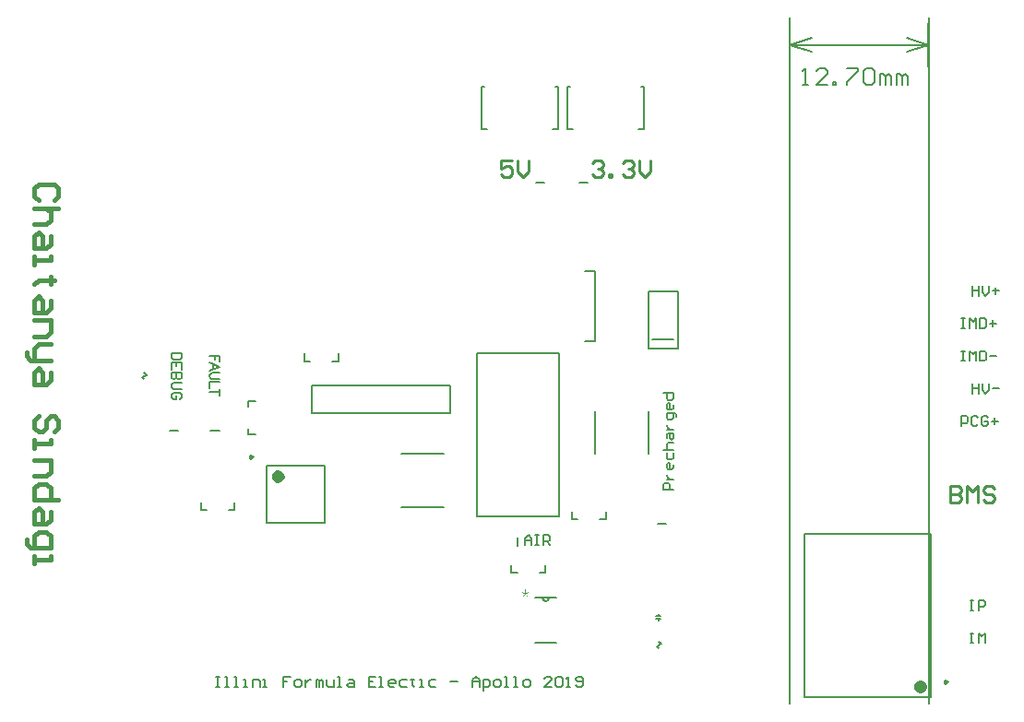
<source format=gto>
G04*
G04 #@! TF.GenerationSoftware,Altium Limited,Altium Designer,19.0.15 (446)*
G04*
G04 Layer_Color=65535*
%FSLAX25Y25*%
%MOIN*%
G70*
G01*
G75*
%ADD10C,0.00984*%
%ADD11C,0.02362*%
%ADD12C,0.00600*%
%ADD13C,0.00787*%
%ADD14C,0.00591*%
%ADD15C,0.00800*%
%ADD16C,0.00500*%
%ADD17C,0.01575*%
%ADD18C,0.01000*%
G36*
X-70863Y-82626D02*
X-70835Y-82640D01*
X-70806Y-82669D01*
X-70799Y-82676D01*
X-70784Y-82705D01*
X-70770Y-82748D01*
X-70763Y-82812D01*
Y-83773D01*
X-69852Y-83472D01*
X-69845Y-83465D01*
X-69817Y-83457D01*
X-69788Y-83450D01*
X-69752D01*
X-69731Y-83457D01*
X-69702Y-83465D01*
X-69666Y-83493D01*
X-69659Y-83500D01*
X-69644Y-83515D01*
X-69630Y-83551D01*
X-69623Y-83587D01*
Y-83594D01*
Y-83615D01*
X-69637Y-83644D01*
X-69652Y-83680D01*
X-69659Y-83687D01*
X-69673Y-83701D01*
X-69709Y-83715D01*
X-69766Y-83737D01*
X-70677Y-84038D01*
X-70118Y-84812D01*
X-70111Y-84827D01*
X-70089Y-84856D01*
X-70068Y-84899D01*
X-70060Y-84934D01*
Y-84942D01*
X-70068Y-84970D01*
X-70075Y-84999D01*
X-70103Y-85035D01*
X-70111Y-85042D01*
X-70132Y-85056D01*
X-70161Y-85071D01*
X-70204Y-85078D01*
X-70218D01*
X-70247Y-85063D01*
X-70290Y-85035D01*
X-70319Y-85013D01*
X-70340Y-84977D01*
X-70906Y-84203D01*
X-71473Y-84977D01*
Y-84985D01*
X-71487Y-84992D01*
X-71516Y-85028D01*
X-71559Y-85063D01*
X-71580Y-85071D01*
X-71609Y-85078D01*
X-71616D01*
X-71645Y-85071D01*
X-71674Y-85056D01*
X-71710Y-85035D01*
X-71717Y-85028D01*
X-71731Y-85006D01*
X-71745Y-84977D01*
X-71753Y-84934D01*
Y-84927D01*
X-71745Y-84906D01*
X-71731Y-84863D01*
X-71695Y-84812D01*
X-71129Y-84038D01*
X-72047Y-83730D01*
X-72061Y-83723D01*
X-72089Y-83715D01*
X-72132Y-83694D01*
X-72161Y-83672D01*
Y-83665D01*
X-72168Y-83651D01*
X-72176Y-83622D01*
X-72183Y-83587D01*
Y-83579D01*
X-72176Y-83551D01*
X-72168Y-83522D01*
X-72147Y-83493D01*
X-72140Y-83486D01*
X-72118Y-83472D01*
X-72089Y-83457D01*
X-72054Y-83450D01*
X-72025D01*
X-71996Y-83457D01*
X-71953Y-83472D01*
X-71043Y-83773D01*
Y-82812D01*
Y-82805D01*
Y-82798D01*
X-71035Y-82755D01*
X-71028Y-82712D01*
X-71007Y-82669D01*
X-71000Y-82661D01*
X-70978Y-82640D01*
X-70942Y-82626D01*
X-70899Y-82618D01*
X-70892D01*
X-70863Y-82626D01*
D02*
G37*
D10*
X81398Y-115984D02*
X80660Y-115558D01*
Y-116410D01*
X81398Y-115984D01*
X-169587Y-34646D02*
X-170325Y-34220D01*
Y-35072D01*
X-169587Y-34646D01*
D11*
X72835Y-117717D02*
X72390Y-116793D01*
X71391Y-116565D01*
X70589Y-117204D01*
Y-118229D01*
X71391Y-118868D01*
X72390Y-118640D01*
X72835Y-117717D01*
X-159252Y-41732D02*
X-159697Y-40809D01*
X-160696Y-40581D01*
X-161497Y-41220D01*
Y-42245D01*
X-160696Y-42884D01*
X-159697Y-42656D01*
X-159252Y-41732D01*
D12*
X-64783Y-85601D02*
X-64396Y-86435D01*
X-63533Y-86751D01*
X-62699Y-86364D01*
X-62383Y-85501D01*
X-22731Y-101575D02*
X-21944Y-102362D01*
X-23519Y-103150D02*
X-21944Y-102362D01*
X-23519Y-103150D02*
X-22731Y-103937D01*
X-22835Y-92322D02*
Y-91535D01*
Y-93897D02*
Y-93110D01*
X-23622D02*
X-22047D01*
X-23622Y-92322D02*
X-22047D01*
X-209449Y-5906D02*
X-208661Y-6693D01*
X-209449Y-5906D02*
X-207874Y-5118D01*
X-208661Y-4331D02*
X-207874Y-5118D01*
X-67520Y-85501D02*
X-63583D01*
X-67520Y-101901D02*
X-59646D01*
X-63583Y-85501D02*
X-59646D01*
X86614Y15410D02*
X87814D01*
X87214D01*
Y11811D01*
X86614D01*
X87814D01*
X89613D02*
Y15410D01*
X90813Y14210D01*
X92012Y15410D01*
Y11811D01*
X93212Y15410D02*
Y11811D01*
X95012D01*
X95611Y12411D01*
Y14810D01*
X95012Y15410D01*
X93212D01*
X96811Y13610D02*
X99210D01*
X98010Y14810D02*
Y12411D01*
X86614Y3599D02*
X87814D01*
X87214D01*
Y-0D01*
X86614D01*
X87814D01*
X89613D02*
Y3599D01*
X90813Y2399D01*
X92012Y3599D01*
Y-0D01*
X93212Y3599D02*
Y-0D01*
X95012D01*
X95611Y600D01*
Y2999D01*
X95012Y3599D01*
X93212D01*
X96811Y1799D02*
X99210D01*
X90551Y-8212D02*
Y-11811D01*
Y-10012D01*
X92950D01*
Y-8212D01*
Y-11811D01*
X94150Y-8212D02*
Y-10611D01*
X95350Y-11811D01*
X96549Y-10611D01*
Y-8212D01*
X97749Y-10012D02*
X100148D01*
X90551Y27221D02*
Y23622D01*
Y25422D01*
X92950D01*
Y27221D01*
Y23622D01*
X94150Y27221D02*
Y24822D01*
X95350Y23622D01*
X96549Y24822D01*
Y27221D01*
X97749Y25422D02*
X100148D01*
X98949Y26621D02*
Y24222D01*
X86614Y-23622D02*
Y-20023D01*
X88414D01*
X89013Y-20623D01*
Y-21823D01*
X88414Y-22422D01*
X86614D01*
X92612Y-20623D02*
X92012Y-20023D01*
X90813D01*
X90213Y-20623D01*
Y-23022D01*
X90813Y-23622D01*
X92012D01*
X92612Y-23022D01*
X96211Y-20623D02*
X95611Y-20023D01*
X94412D01*
X93812Y-20623D01*
Y-23022D01*
X94412Y-23622D01*
X95611D01*
X96211Y-23022D01*
Y-21823D01*
X95012D01*
X97411D02*
X99810D01*
X98610Y-20623D02*
Y-23022D01*
X-181440Y1969D02*
X-185039D01*
X-181440D02*
Y-260D01*
X-183154Y1969D02*
Y597D01*
X-185039Y-3413D02*
X-181440Y-2042D01*
X-185039Y-671D01*
X-183840Y-1185D02*
Y-2899D01*
X-181440Y-4253D02*
X-184011D01*
X-184525Y-4424D01*
X-184868Y-4767D01*
X-185039Y-5281D01*
Y-5624D01*
X-184868Y-6138D01*
X-184525Y-6481D01*
X-184011Y-6652D01*
X-181440D01*
Y-7647D02*
X-185039D01*
Y-9703D01*
X-181440Y-11297D02*
X-185039D01*
X-181440Y-10097D02*
Y-12497D01*
X-195220Y2953D02*
X-198819D01*
Y1153D01*
X-198219Y554D01*
X-195820D01*
X-195220Y1153D01*
Y2953D01*
Y-3045D02*
Y-646D01*
X-198819D01*
Y-3045D01*
X-197020Y-646D02*
Y-1846D01*
X-195220Y-4245D02*
X-198819D01*
Y-6044D01*
X-198219Y-6644D01*
X-197619D01*
X-197020Y-6044D01*
Y-4245D01*
Y-6044D01*
X-196420Y-6644D01*
X-195820D01*
X-195220Y-6044D01*
Y-4245D01*
Y-7844D02*
X-198219D01*
X-198819Y-8444D01*
Y-9643D01*
X-198219Y-10243D01*
X-195220D01*
X-195820Y-13842D02*
X-195220Y-13242D01*
Y-12042D01*
X-195820Y-11443D01*
X-198219D01*
X-198819Y-12042D01*
Y-13242D01*
X-198219Y-13842D01*
X-197020D01*
Y-12642D01*
X89764Y-98370D02*
X90963D01*
X90364D01*
Y-101969D01*
X89764D01*
X90963D01*
X92763D02*
Y-98370D01*
X93962Y-99569D01*
X95162Y-98370D01*
Y-101969D01*
X89764Y-86559D02*
X90963D01*
X90364D01*
Y-90158D01*
X89764D01*
X90963D01*
X92763D02*
Y-86559D01*
X94562D01*
X95162Y-87159D01*
Y-88358D01*
X94562Y-88958D01*
X92763D01*
X-17520Y-46457D02*
X-21118D01*
Y-44657D01*
X-20519Y-44058D01*
X-19319D01*
X-18719Y-44657D01*
Y-46457D01*
X-19919Y-42858D02*
X-17520D01*
X-18719D01*
X-19319Y-42258D01*
X-19919Y-41658D01*
Y-41058D01*
X-17520Y-37460D02*
Y-38659D01*
X-18120Y-39259D01*
X-19319D01*
X-19919Y-38659D01*
Y-37460D01*
X-19319Y-36860D01*
X-18719D01*
Y-39259D01*
X-19919Y-33261D02*
Y-35060D01*
X-19319Y-35660D01*
X-18120D01*
X-17520Y-35060D01*
Y-33261D01*
X-21118Y-32061D02*
X-17520D01*
X-19319D01*
X-19919Y-31462D01*
Y-30262D01*
X-19319Y-29662D01*
X-17520D01*
X-19919Y-27863D02*
Y-26663D01*
X-19319Y-26063D01*
X-17520D01*
Y-27863D01*
X-18120Y-28462D01*
X-18719Y-27863D01*
Y-26063D01*
X-19919Y-24864D02*
X-17520D01*
X-18719D01*
X-19319Y-24264D01*
X-19919Y-23664D01*
Y-23064D01*
X-16320Y-20065D02*
Y-19465D01*
X-16920Y-18866D01*
X-19919D01*
Y-20665D01*
X-19319Y-21265D01*
X-18120D01*
X-17520Y-20665D01*
Y-18866D01*
Y-15867D02*
Y-17066D01*
X-18120Y-17666D01*
X-19319D01*
X-19919Y-17066D01*
Y-15867D01*
X-19319Y-15267D01*
X-18719D01*
Y-17666D01*
X-21118Y-11668D02*
X-17520D01*
Y-13467D01*
X-18120Y-14067D01*
X-19319D01*
X-19919Y-13467D01*
Y-11668D01*
X-71063Y-66535D02*
Y-64136D01*
X-69863Y-62937D01*
X-68664Y-64136D01*
Y-66535D01*
Y-64736D01*
X-71063D01*
X-67464Y-62937D02*
X-66264D01*
X-66864D01*
Y-66535D01*
X-67464D01*
X-66264D01*
X-64465D02*
Y-62937D01*
X-62666D01*
X-62066Y-63536D01*
Y-64736D01*
X-62666Y-65336D01*
X-64465D01*
X-63266D02*
X-62066Y-66535D01*
X29111Y99875D02*
X31110D01*
X30111D01*
Y105874D01*
X29111Y104874D01*
X38108Y99875D02*
X34109D01*
X38108Y103874D01*
Y104874D01*
X37108Y105874D01*
X35109D01*
X34109Y104874D01*
X40107Y99875D02*
Y100875D01*
X41107D01*
Y99875D01*
X40107D01*
X45106Y105874D02*
X49104D01*
Y104874D01*
X45106Y100875D01*
Y99875D01*
X51104Y104874D02*
X52103Y105874D01*
X54103D01*
X55102Y104874D01*
Y100875D01*
X54103Y99875D01*
X52103D01*
X51104Y100875D01*
Y104874D01*
X57102Y99875D02*
Y103874D01*
X58101D01*
X59101Y102875D01*
Y99875D01*
Y102875D01*
X60101Y103874D01*
X61101Y102875D01*
Y99875D01*
X63100D02*
Y103874D01*
X64100D01*
X65099Y102875D01*
Y99875D01*
Y102875D01*
X66099Y103874D01*
X67099Y102875D01*
Y99875D01*
D13*
X75591Y-121653D02*
Y-62598D01*
X29921Y-121653D02*
Y-62598D01*
Y-121653D02*
X75591D01*
X29921Y-62598D02*
X75591D01*
X-164370Y-58661D02*
Y-37795D01*
X-143504Y-58661D02*
Y-37795D01*
X-164370D02*
X-143504D01*
X-164370Y-58661D02*
X-143504D01*
X66831Y111647D02*
X74705Y114272D01*
X66831Y116896D02*
X74705Y114272D01*
X24705D02*
X32579Y116896D01*
X24705Y114272D02*
X32579Y111647D01*
X49705Y114272D02*
X74705D01*
X24705D02*
X49705D01*
X74705Y106398D02*
Y122146D01*
X24705Y106398D02*
Y122146D01*
X-182677Y-114044D02*
X-181365D01*
X-182021D01*
Y-117979D01*
X-182677D01*
X-181365D01*
X-179397D02*
X-178085D01*
X-178741D01*
Y-114044D01*
X-179397D01*
X-176118Y-117979D02*
X-174806D01*
X-175462D01*
Y-114044D01*
X-176118D01*
X-172838Y-117979D02*
X-171526D01*
X-172182D01*
Y-115356D01*
X-172838D01*
X-169558Y-117979D02*
Y-115356D01*
X-167590D01*
X-166934Y-116012D01*
Y-117979D01*
X-165622D02*
X-164310D01*
X-164966D01*
Y-115356D01*
X-165622D01*
X-155783Y-114044D02*
X-158407D01*
Y-116012D01*
X-157095D01*
X-158407D01*
Y-117979D01*
X-153815D02*
X-152503D01*
X-151847Y-117324D01*
Y-116012D01*
X-152503Y-115356D01*
X-153815D01*
X-154471Y-116012D01*
Y-117324D01*
X-153815Y-117979D01*
X-150535Y-115356D02*
Y-117979D01*
Y-116667D01*
X-149879Y-116012D01*
X-149223Y-115356D01*
X-148567D01*
X-146600Y-117979D02*
Y-115356D01*
X-145944D01*
X-145288Y-116012D01*
Y-117979D01*
Y-116012D01*
X-144632Y-115356D01*
X-143976Y-116012D01*
Y-117979D01*
X-142664Y-115356D02*
Y-117324D01*
X-142008Y-117979D01*
X-140040D01*
Y-115356D01*
X-138728Y-117979D02*
X-137416D01*
X-138072D01*
Y-114044D01*
X-138728D01*
X-134792Y-115356D02*
X-133480D01*
X-132825Y-116012D01*
Y-117979D01*
X-134792D01*
X-135448Y-117324D01*
X-134792Y-116667D01*
X-132825D01*
X-124953Y-114044D02*
X-127577D01*
Y-117979D01*
X-124953D01*
X-127577Y-116012D02*
X-126265D01*
X-123641Y-117979D02*
X-122329D01*
X-122985D01*
Y-114044D01*
X-123641D01*
X-118393Y-117979D02*
X-119705D01*
X-120361Y-117324D01*
Y-116012D01*
X-119705Y-115356D01*
X-118393D01*
X-117737Y-116012D01*
Y-116667D01*
X-120361D01*
X-113802Y-115356D02*
X-115770D01*
X-116426Y-116012D01*
Y-117324D01*
X-115770Y-117979D01*
X-113802D01*
X-111834Y-114700D02*
Y-115356D01*
X-112490D01*
X-111178D01*
X-111834D01*
Y-117324D01*
X-111178Y-117979D01*
X-109210D02*
X-107898D01*
X-108554D01*
Y-115356D01*
X-109210D01*
X-103306D02*
X-105274D01*
X-105930Y-116012D01*
Y-117324D01*
X-105274Y-117979D01*
X-103306D01*
X-98059Y-116012D02*
X-95435D01*
X-90187Y-117979D02*
Y-115356D01*
X-88875Y-114044D01*
X-87564Y-115356D01*
Y-117979D01*
Y-116012D01*
X-90187D01*
X-86252Y-119291D02*
Y-115356D01*
X-84284D01*
X-83628Y-116012D01*
Y-117324D01*
X-84284Y-117979D01*
X-86252D01*
X-81660D02*
X-80348D01*
X-79692Y-117324D01*
Y-116012D01*
X-80348Y-115356D01*
X-81660D01*
X-82316Y-116012D01*
Y-117324D01*
X-81660Y-117979D01*
X-78380D02*
X-77068D01*
X-77724D01*
Y-114044D01*
X-78380D01*
X-75100Y-117979D02*
X-73788D01*
X-74444D01*
Y-114044D01*
X-75100D01*
X-71165Y-117979D02*
X-69853D01*
X-69197Y-117324D01*
Y-116012D01*
X-69853Y-115356D01*
X-71165D01*
X-71820Y-116012D01*
Y-117324D01*
X-71165Y-117979D01*
X-61325D02*
X-63949D01*
X-61325Y-115356D01*
Y-114700D01*
X-61981Y-114044D01*
X-63293D01*
X-63949Y-114700D01*
X-60013D02*
X-59357Y-114044D01*
X-58045D01*
X-57389Y-114700D01*
Y-117324D01*
X-58045Y-117979D01*
X-59357D01*
X-60013Y-117324D01*
Y-114700D01*
X-56078Y-117979D02*
X-54766D01*
X-55422D01*
Y-114044D01*
X-56078Y-114700D01*
X-52798Y-117324D02*
X-52142Y-117979D01*
X-50830D01*
X-50174Y-117324D01*
Y-114700D01*
X-50830Y-114044D01*
X-52142D01*
X-52798Y-114700D01*
Y-115356D01*
X-52142Y-116012D01*
X-50174D01*
D14*
X-199484Y-25185D02*
X-196335D01*
X-188189Y-53996D02*
Y-51181D01*
Y-53996D02*
X-186024D01*
X-178150D02*
X-175984D01*
Y-51181D01*
X-75984Y-76634D02*
Y-73819D01*
Y-76634D02*
X-73819D01*
X-65945D02*
X-63779D01*
Y-73819D01*
X-184721Y-25185D02*
X-181571D01*
X-171122Y-14370D02*
X-168307D01*
X-171122Y-16535D02*
Y-14370D01*
Y-26575D02*
Y-24409D01*
Y-26575D02*
X-168307D01*
X-150787Y-59D02*
Y2756D01*
Y-59D02*
X-148622D01*
X-140748D02*
X-138583D01*
Y2756D01*
X-98032Y-18779D02*
Y-8779D01*
X-148031Y-18779D02*
X-98032D01*
X-148031D02*
Y-8779D01*
X-98032D01*
X-15933Y4528D02*
Y25000D01*
X-26563Y4528D02*
X-15933D01*
X-26563D02*
Y25000D01*
X-15933D01*
X-25185Y7874D02*
X-17311D01*
X-73831Y-67004D02*
Y-63854D01*
X-54134Y-57342D02*
Y-54528D01*
Y-57342D02*
X-51968D01*
X-44094D02*
X-41929D01*
Y-54528D01*
X-26575Y-33661D02*
Y-18307D01*
X-45866Y-33661D02*
Y-18307D01*
X-23106Y-58768D02*
X-19957D01*
X24409Y124016D02*
X24409Y-123721D01*
X74803Y-124016D02*
Y124016D01*
X-115945Y-52953D02*
X-100591D01*
X-115945Y-33661D02*
X-100591D01*
X-67201Y64579D02*
X-64051D01*
X-86811Y99016D02*
X-85827D01*
X-86811Y83661D02*
Y99016D01*
Y83661D02*
X-84842D01*
X-60236Y99016D02*
X-59252D01*
Y83661D02*
Y99016D01*
X-61221Y83661D02*
X-59252D01*
X-51453Y64579D02*
X-48303D01*
X-55709Y99016D02*
X-54724D01*
X-55709Y83661D02*
Y99016D01*
Y83661D02*
X-53740D01*
X-29134Y99016D02*
X-28150D01*
Y83661D02*
Y99016D01*
X-30118Y83661D02*
X-28150D01*
D15*
X-45945Y7004D02*
Y32594D01*
X-49444D02*
X-45944Y32594D01*
X-49444Y7004D02*
X-45944Y7003D01*
D16*
X-58897Y-56182D02*
Y2874D01*
X-88425Y-56182D02*
X-58897D01*
X-88425D02*
Y2874D01*
X-58897D01*
D17*
X-241079Y58007D02*
X-239636Y59450D01*
Y62336D01*
X-241079Y63779D01*
X-246852D01*
X-248295Y62336D01*
Y59450D01*
X-246852Y58007D01*
X-239636Y55121D02*
X-248295D01*
X-243966D01*
X-242523Y53678D01*
Y50792D01*
X-243966Y49349D01*
X-248295D01*
X-242523Y45019D02*
Y42133D01*
X-243966Y40690D01*
X-248295D01*
Y45019D01*
X-246852Y46462D01*
X-245409Y45019D01*
Y40690D01*
X-248295Y37804D02*
Y34918D01*
Y36361D01*
X-242523D01*
Y37804D01*
X-241079Y29145D02*
X-242523D01*
Y30588D01*
Y27702D01*
Y29145D01*
X-246852D01*
X-248295Y27702D01*
X-242523Y21929D02*
Y19043D01*
X-243966Y17600D01*
X-248295D01*
Y21929D01*
X-246852Y23373D01*
X-245409Y21929D01*
Y17600D01*
X-248295Y14714D02*
X-242523D01*
Y10385D01*
X-243966Y8942D01*
X-248295D01*
X-242523Y6055D02*
X-246852D01*
X-248295Y4612D01*
Y283D01*
X-249738D01*
X-251181Y1726D01*
Y3169D01*
X-248295Y283D02*
X-242523D01*
Y-4046D02*
Y-6933D01*
X-243966Y-8376D01*
X-248295D01*
Y-4046D01*
X-246852Y-2603D01*
X-245409Y-4046D01*
Y-8376D01*
X-241079Y-25693D02*
X-239636Y-24250D01*
Y-21364D01*
X-241079Y-19920D01*
X-242523D01*
X-243966Y-21364D01*
Y-24250D01*
X-245409Y-25693D01*
X-246852D01*
X-248295Y-24250D01*
Y-21364D01*
X-246852Y-19920D01*
X-248295Y-28579D02*
Y-31465D01*
Y-30022D01*
X-242523D01*
Y-28579D01*
X-248295Y-35795D02*
X-242523D01*
Y-40124D01*
X-243966Y-41567D01*
X-248295D01*
X-239636Y-50226D02*
X-248295D01*
Y-45896D01*
X-246852Y-44453D01*
X-243966D01*
X-242523Y-45896D01*
Y-50226D01*
Y-54555D02*
Y-57441D01*
X-243966Y-58884D01*
X-248295D01*
Y-54555D01*
X-246852Y-53112D01*
X-245409Y-54555D01*
Y-58884D01*
X-251181Y-64657D02*
Y-66100D01*
X-249738Y-67543D01*
X-242523D01*
Y-63214D01*
X-243966Y-61770D01*
X-246852D01*
X-248295Y-63214D01*
Y-67543D01*
Y-70429D02*
Y-73315D01*
Y-71872D01*
X-242523D01*
Y-70429D01*
D18*
X82677Y-45183D02*
Y-51181D01*
X85676D01*
X86676Y-50181D01*
Y-49182D01*
X85676Y-48182D01*
X82677D01*
X85676D01*
X86676Y-47182D01*
Y-46183D01*
X85676Y-45183D01*
X82677D01*
X88675Y-51181D02*
Y-45183D01*
X90675Y-47182D01*
X92674Y-45183D01*
Y-51181D01*
X98672Y-46183D02*
X97672Y-45183D01*
X95673D01*
X94673Y-46183D01*
Y-47182D01*
X95673Y-48182D01*
X97672D01*
X98672Y-49182D01*
Y-50181D01*
X97672Y-51181D01*
X95673D01*
X94673Y-50181D01*
X-46654Y71534D02*
X-45654Y72534D01*
X-43655D01*
X-42655Y71534D01*
Y70534D01*
X-43655Y69534D01*
X-44654D01*
X-43655D01*
X-42655Y68535D01*
Y67535D01*
X-43655Y66535D01*
X-45654D01*
X-46654Y67535D01*
X-40655Y66535D02*
Y67535D01*
X-39656D01*
Y66535D01*
X-40655D01*
X-35657Y71534D02*
X-34657Y72534D01*
X-32658D01*
X-31658Y71534D01*
Y70534D01*
X-32658Y69534D01*
X-33658D01*
X-32658D01*
X-31658Y68535D01*
Y67535D01*
X-32658Y66535D01*
X-34657D01*
X-35657Y67535D01*
X-29659Y72534D02*
Y68535D01*
X-27660Y66535D01*
X-25660Y68535D01*
Y72534D01*
X-75726D02*
X-79724D01*
Y69534D01*
X-77725Y70534D01*
X-76725D01*
X-75726Y69534D01*
Y67535D01*
X-76725Y66535D01*
X-78725D01*
X-79724Y67535D01*
X-73726Y72534D02*
Y68535D01*
X-71727Y66535D01*
X-69728Y68535D01*
Y72534D01*
M02*

</source>
